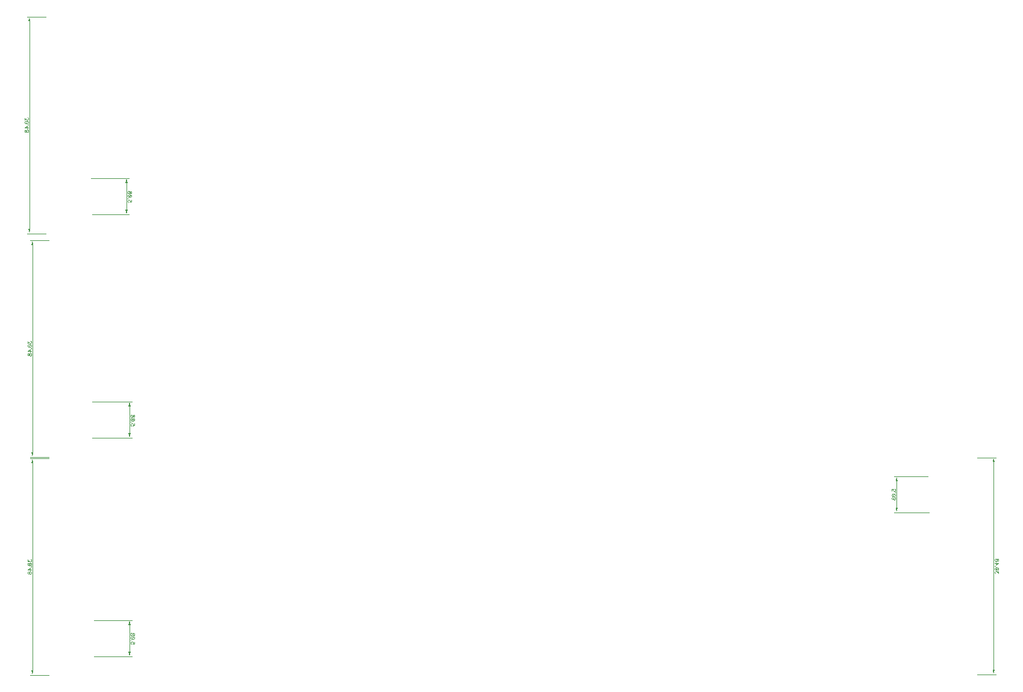
<source format=gbr>
G04 DipTrace 2.4.0.2*
%INBottomDimension.gbr*%
%MOMM*%
%ADD11C,0.076*%
%ADD12C,0.064*%
%FSLAX53Y53*%
G04*
G71*
G90*
G75*
G01*
%LNBotDimension*%
%LPD*%
X137767Y42340D2*
D12*
X133072D1*
X137926Y37260D2*
X133072D1*
X133405Y39800D2*
Y41673D1*
G36*
Y42340D2*
X133539Y41673D1*
X133272D1*
X133405Y42340D1*
G37*
Y39800D2*
D12*
Y37926D1*
G36*
Y37260D2*
X133272Y37926D1*
X133539D1*
X133405Y37260D1*
G37*
X144758Y45006D2*
D12*
X147391D1*
X144758Y14527D2*
X147391D1*
X147058Y29767D2*
Y44339D1*
G36*
Y45006D2*
X147191Y44339D1*
X146925D1*
X147058Y45006D1*
G37*
Y29767D2*
D12*
Y15194D1*
G36*
Y14527D2*
X146925Y15194D1*
X147191D1*
X147058Y14527D1*
G37*
X20322Y79170D2*
D12*
X25518D1*
X20163Y84250D2*
X25518D1*
X25184Y81710D2*
Y79837D1*
G36*
Y79170D2*
X25051Y79837D1*
X25318D1*
X25184Y79170D1*
G37*
Y81710D2*
D12*
Y83584D1*
G36*
Y84250D2*
X25318Y83584D1*
X25051D1*
X25184Y84250D1*
G37*
X13832Y76504D2*
D12*
X11199D1*
X13832Y106983D2*
X11199D1*
X11532Y91743D2*
Y77171D1*
G36*
Y76504D2*
X11399Y77171D1*
X11665D1*
X11532Y76504D1*
G37*
Y91743D2*
D12*
Y106316D1*
G36*
Y106983D2*
X11665Y106316D1*
X11399D1*
X11532Y106983D1*
G37*
X20350Y47738D2*
D12*
X25945D1*
X20360Y52820D2*
X25945D1*
X25612Y50279D2*
Y48404D1*
G36*
Y47738D2*
X25479Y48404D1*
X25745D1*
X25612Y47738D1*
G37*
Y50279D2*
D12*
Y52153D1*
G36*
Y52820D2*
X25745Y52153D1*
X25479D1*
X25612Y52820D1*
G37*
X14259Y45071D2*
D12*
X11626D1*
X14259Y75550D2*
X11626D1*
X11959Y60311D2*
Y45738D1*
G36*
Y45071D2*
X11826Y45738D1*
X12093D1*
X11959Y45071D1*
G37*
Y60311D2*
D12*
Y74883D1*
G36*
Y75550D2*
X12093Y74883D1*
X11826D1*
X11959Y75550D1*
G37*
X20590Y17050D2*
D12*
X25945D1*
X20591Y22133D2*
X25945D1*
X25612Y19591D2*
Y17717D1*
G36*
Y17050D2*
X25479Y17717D1*
X25745D1*
X25612Y17050D1*
G37*
Y19591D2*
D12*
Y21466D1*
G36*
Y22133D2*
X25745Y21466D1*
X25479D1*
X25612Y22133D1*
G37*
X14259Y14387D2*
D12*
X11626D1*
X14259Y44865D2*
X11626D1*
X11959Y29626D2*
Y15053D1*
G36*
Y14387D2*
X11826Y15053D1*
X12093D1*
X11959Y14387D1*
G37*
Y29626D2*
D12*
Y44199D1*
G36*
Y44865D2*
X12093Y44199D1*
X11826D1*
X11959Y44865D1*
G37*
X132741Y40318D2*
D11*
Y40560D1*
X132959Y40584D1*
X132935Y40560D1*
X132910Y40487D1*
Y40415D1*
X132935Y40342D1*
X132983Y40293D1*
X133056Y40269D1*
X133104D1*
X133177Y40293D1*
X133226Y40342D1*
X133250Y40415D1*
Y40487D1*
X133226Y40560D1*
X133202Y40584D1*
X133153Y40609D1*
X133202Y40088D2*
X133226Y40112D1*
X133250Y40088D1*
X133226Y40063D1*
X133202Y40088D1*
X132741Y39760D2*
X132765Y39833D1*
X132838Y39882D1*
X132959Y39906D1*
X133032D1*
X133153Y39882D1*
X133226Y39833D1*
X133250Y39760D1*
Y39712D1*
X133226Y39639D1*
X133153Y39591D1*
X133032Y39566D1*
X132959D1*
X132838Y39591D1*
X132765Y39639D1*
X132741Y39712D1*
Y39760D1*
X132838Y39591D2*
X133153Y39882D1*
X132741Y39288D2*
X132765Y39360D1*
X132813Y39385D1*
X132862D1*
X132910Y39360D1*
X132935Y39312D1*
X132959Y39215D1*
X132983Y39142D1*
X133032Y39093D1*
X133080Y39069D1*
X133153D1*
X133202Y39093D1*
X133226Y39117D1*
X133250Y39190D1*
Y39288D1*
X133226Y39360D1*
X133202Y39385D1*
X133153Y39409D1*
X133080D1*
X133032Y39385D1*
X132983Y39336D1*
X132959Y39263D1*
X132935Y39166D1*
X132910Y39117D1*
X132862Y39093D1*
X132813D1*
X132765Y39117D1*
X132741Y39190D1*
Y39288D1*
X147723Y28746D2*
Y29013D1*
X147529Y28867D1*
Y28940D1*
X147505Y28988D1*
X147480Y29013D1*
X147407Y29037D1*
X147359D1*
X147286Y29013D1*
X147237Y28964D1*
X147213Y28891D1*
Y28818D1*
X147237Y28746D1*
X147262Y28722D1*
X147310Y28697D1*
X147723Y29340D2*
X147699Y29267D1*
X147626Y29218D1*
X147505Y29194D1*
X147432D1*
X147310Y29218D1*
X147237Y29267D1*
X147213Y29340D1*
Y29388D1*
X147237Y29461D1*
X147310Y29510D1*
X147432Y29534D1*
X147505D1*
X147626Y29510D1*
X147699Y29461D1*
X147723Y29388D1*
Y29340D1*
X147626Y29510D2*
X147310Y29218D1*
X147262Y29715D2*
X147237Y29691D1*
X147213Y29715D1*
X147237Y29740D1*
X147262Y29715D1*
X147213Y30140D2*
X147723D1*
X147383Y29897D1*
Y30261D1*
X147723Y30540D2*
X147699Y30467D1*
X147651Y30442D1*
X147602D1*
X147553Y30467D1*
X147529Y30515D1*
X147505Y30613D1*
X147480Y30686D1*
X147432Y30734D1*
X147383Y30758D1*
X147310D1*
X147262Y30734D1*
X147237Y30710D1*
X147213Y30637D1*
Y30540D1*
X147237Y30467D1*
X147262Y30442D1*
X147310Y30418D1*
X147383D1*
X147432Y30442D1*
X147480Y30491D1*
X147505Y30564D1*
X147529Y30661D1*
X147553Y30710D1*
X147602Y30734D1*
X147651D1*
X147699Y30710D1*
X147723Y30637D1*
Y30540D1*
X25849Y81192D2*
Y80950D1*
X25631Y80926D1*
X25655Y80950D1*
X25680Y81023D1*
Y81095D1*
X25655Y81168D1*
X25607Y81217D1*
X25534Y81241D1*
X25486D1*
X25413Y81217D1*
X25364Y81168D1*
X25340Y81095D1*
Y81023D1*
X25364Y80950D1*
X25388Y80926D1*
X25437Y80901D1*
X25388Y81422D2*
X25364Y81398D1*
X25340Y81422D1*
X25364Y81447D1*
X25388Y81422D1*
X25849Y81750D2*
X25825Y81677D1*
X25752Y81628D1*
X25631Y81604D1*
X25558D1*
X25437Y81628D1*
X25364Y81677D1*
X25340Y81750D1*
Y81798D1*
X25364Y81871D1*
X25437Y81919D1*
X25558Y81944D1*
X25631D1*
X25752Y81919D1*
X25825Y81871D1*
X25849Y81798D1*
Y81750D1*
X25752Y81919D2*
X25437Y81628D1*
X25849Y82222D2*
X25825Y82150D1*
X25777Y82125D1*
X25728D1*
X25680Y82150D1*
X25655Y82198D1*
X25631Y82295D1*
X25607Y82368D1*
X25558Y82417D1*
X25510Y82441D1*
X25437D1*
X25388Y82417D1*
X25364Y82393D1*
X25340Y82320D1*
Y82222D1*
X25364Y82150D1*
X25388Y82125D1*
X25437Y82101D1*
X25510D1*
X25558Y82125D1*
X25607Y82174D1*
X25631Y82247D1*
X25655Y82344D1*
X25680Y82393D1*
X25728Y82417D1*
X25777D1*
X25825Y82393D1*
X25849Y82320D1*
Y82222D1*
X10867Y92764D2*
Y92497D1*
X11061Y92643D1*
Y92570D1*
X11085Y92522D1*
X11110Y92497D1*
X11183Y92473D1*
X11231D1*
X11304Y92497D1*
X11353Y92546D1*
X11377Y92619D1*
Y92692D1*
X11353Y92764D1*
X11328Y92788D1*
X11280Y92813D1*
X10867Y92170D2*
X10891Y92243D1*
X10964Y92292D1*
X11085Y92316D1*
X11158D1*
X11280Y92292D1*
X11353Y92243D1*
X11377Y92170D1*
Y92122D1*
X11353Y92049D1*
X11280Y92000D1*
X11158Y91976D1*
X11085D1*
X10964Y92000D1*
X10891Y92049D1*
X10867Y92122D1*
Y92170D1*
X10964Y92000D2*
X11280Y92292D1*
X11328Y91795D2*
X11353Y91819D1*
X11377Y91795D1*
X11353Y91770D1*
X11328Y91795D1*
X11377Y91370D2*
X10867D1*
X11207Y91613D1*
Y91249D1*
X10867Y90970D2*
X10891Y91043D1*
X10939Y91068D1*
X10988D1*
X11037Y91043D1*
X11061Y90995D1*
X11085Y90897D1*
X11110Y90824D1*
X11158Y90776D1*
X11207Y90752D1*
X11280D1*
X11328Y90776D1*
X11353Y90800D1*
X11377Y90873D1*
Y90970D1*
X11353Y91043D1*
X11328Y91068D1*
X11280Y91092D1*
X11207D1*
X11158Y91068D1*
X11110Y91019D1*
X11085Y90946D1*
X11061Y90849D1*
X11037Y90800D1*
X10988Y90776D1*
X10939D1*
X10891Y90800D1*
X10867Y90873D1*
Y90970D1*
X26277Y49761D2*
Y49519D1*
X26059Y49494D1*
X26083Y49519D1*
X26107Y49592D1*
Y49664D1*
X26083Y49737D1*
X26034Y49786D1*
X25961Y49810D1*
X25913D1*
X25840Y49786D1*
X25791Y49737D1*
X25767Y49664D1*
Y49592D1*
X25791Y49519D1*
X25816Y49494D1*
X25864Y49470D1*
X25816Y49991D2*
X25791Y49967D1*
X25767Y49991D1*
X25791Y50016D1*
X25816Y49991D1*
X26277Y50319D2*
X26253Y50246D1*
X26180Y50197D1*
X26059Y50173D1*
X25986D1*
X25864Y50197D1*
X25791Y50246D1*
X25767Y50319D1*
Y50367D1*
X25791Y50440D1*
X25864Y50488D1*
X25986Y50513D1*
X26059D1*
X26180Y50488D1*
X26253Y50440D1*
X26277Y50367D1*
Y50319D1*
X26180Y50488D2*
X25864Y50197D1*
X26277Y50791D2*
X26253Y50719D1*
X26205Y50694D1*
X26156D1*
X26107Y50719D1*
X26083Y50767D1*
X26059Y50864D1*
X26034Y50937D1*
X25986Y50985D1*
X25937Y51009D1*
X25864D1*
X25816Y50985D1*
X25791Y50961D1*
X25767Y50888D1*
Y50791D1*
X25791Y50719D1*
X25816Y50694D1*
X25864Y50670D1*
X25937D1*
X25986Y50694D1*
X26034Y50743D1*
X26059Y50815D1*
X26083Y50912D1*
X26107Y50961D1*
X26156Y50985D1*
X26205D1*
X26253Y50961D1*
X26277Y50888D1*
Y50791D1*
X11295Y61332D2*
Y61065D1*
X11489Y61210D1*
Y61137D1*
X11513Y61089D1*
X11537Y61065D1*
X11610Y61040D1*
X11658D1*
X11731Y61065D1*
X11780Y61113D1*
X11804Y61186D1*
Y61259D1*
X11780Y61332D1*
X11756Y61356D1*
X11707Y61381D1*
X11295Y60737D2*
X11319Y60810D1*
X11392Y60859D1*
X11513Y60883D1*
X11586D1*
X11707Y60859D1*
X11780Y60810D1*
X11804Y60737D1*
Y60689D1*
X11780Y60616D1*
X11707Y60568D1*
X11586Y60543D1*
X11513D1*
X11392Y60568D1*
X11319Y60616D1*
X11295Y60689D1*
Y60737D1*
X11392Y60568D2*
X11707Y60859D1*
X11756Y60362D2*
X11780Y60386D1*
X11804Y60362D1*
X11780Y60337D1*
X11756Y60362D1*
X11804Y59937D2*
X11295D1*
X11634Y60181D1*
Y59816D1*
X11295Y59538D2*
X11319Y59610D1*
X11367Y59635D1*
X11416D1*
X11464Y59610D1*
X11489Y59562D1*
X11513Y59465D1*
X11537Y59392D1*
X11586Y59344D1*
X11634Y59320D1*
X11707D1*
X11756Y59344D1*
X11780Y59368D1*
X11804Y59441D1*
Y59538D1*
X11780Y59610D1*
X11756Y59635D1*
X11707Y59659D1*
X11634D1*
X11586Y59635D1*
X11537Y59586D1*
X11513Y59514D1*
X11489Y59417D1*
X11464Y59368D1*
X11416Y59344D1*
X11367D1*
X11319Y59368D1*
X11295Y59441D1*
Y59538D1*
X26277Y19074D2*
Y18831D1*
X26059Y18807D1*
X26083Y18831D1*
X26107Y18904D1*
Y18977D1*
X26083Y19050D1*
X26034Y19098D1*
X25961Y19123D1*
X25913D1*
X25840Y19098D1*
X25791Y19050D1*
X25767Y18977D1*
Y18904D1*
X25791Y18831D1*
X25816Y18807D1*
X25864Y18782D1*
X25816Y19304D2*
X25791Y19279D1*
X25767Y19304D1*
X25791Y19328D1*
X25816Y19304D1*
X26277Y19631D2*
X26253Y19558D1*
X26180Y19509D1*
X26059Y19485D1*
X25986D1*
X25864Y19509D1*
X25791Y19558D1*
X25767Y19631D1*
Y19679D1*
X25791Y19752D1*
X25864Y19801D1*
X25986Y19825D1*
X26059D1*
X26180Y19801D1*
X26253Y19752D1*
X26277Y19679D1*
Y19631D1*
X26180Y19801D2*
X25864Y19509D1*
X26277Y20104D2*
X26253Y20031D1*
X26205Y20006D1*
X26156D1*
X26107Y20031D1*
X26083Y20079D1*
X26059Y20177D1*
X26034Y20250D1*
X25986Y20298D1*
X25937Y20322D1*
X25864D1*
X25816Y20298D1*
X25791Y20274D1*
X25767Y20201D1*
Y20104D1*
X25791Y20031D1*
X25816Y20006D1*
X25864Y19982D1*
X25937D1*
X25986Y20006D1*
X26034Y20055D1*
X26059Y20128D1*
X26083Y20225D1*
X26107Y20274D1*
X26156Y20298D1*
X26205D1*
X26253Y20274D1*
X26277Y20201D1*
Y20104D1*
X11295Y30647D2*
Y30380D1*
X11489Y30525D1*
Y30452D1*
X11513Y30404D1*
X11537Y30380D1*
X11610Y30355D1*
X11658D1*
X11731Y30380D1*
X11780Y30428D1*
X11804Y30501D1*
Y30574D1*
X11780Y30647D1*
X11756Y30671D1*
X11707Y30696D1*
X11295Y30052D2*
X11319Y30125D1*
X11392Y30174D1*
X11513Y30198D1*
X11586D1*
X11707Y30174D1*
X11780Y30125D1*
X11804Y30052D1*
Y30004D1*
X11780Y29931D1*
X11707Y29883D1*
X11586Y29858D1*
X11513D1*
X11392Y29883D1*
X11319Y29931D1*
X11295Y30004D1*
Y30052D1*
X11392Y29883D2*
X11707Y30174D1*
X11756Y29677D2*
X11780Y29701D1*
X11804Y29677D1*
X11780Y29652D1*
X11756Y29677D1*
X11804Y29252D2*
X11295D1*
X11634Y29496D1*
Y29131D1*
X11295Y28853D2*
X11319Y28925D1*
X11367Y28950D1*
X11416D1*
X11464Y28925D1*
X11489Y28877D1*
X11513Y28780D1*
X11537Y28707D1*
X11586Y28659D1*
X11634Y28635D1*
X11707D1*
X11756Y28659D1*
X11780Y28683D1*
X11804Y28756D1*
Y28853D1*
X11780Y28925D1*
X11756Y28950D1*
X11707Y28974D1*
X11634D1*
X11586Y28950D1*
X11537Y28901D1*
X11513Y28829D1*
X11489Y28732D1*
X11464Y28683D1*
X11416Y28659D1*
X11367D1*
X11319Y28683D1*
X11295Y28756D1*
Y28853D1*
M02*

</source>
